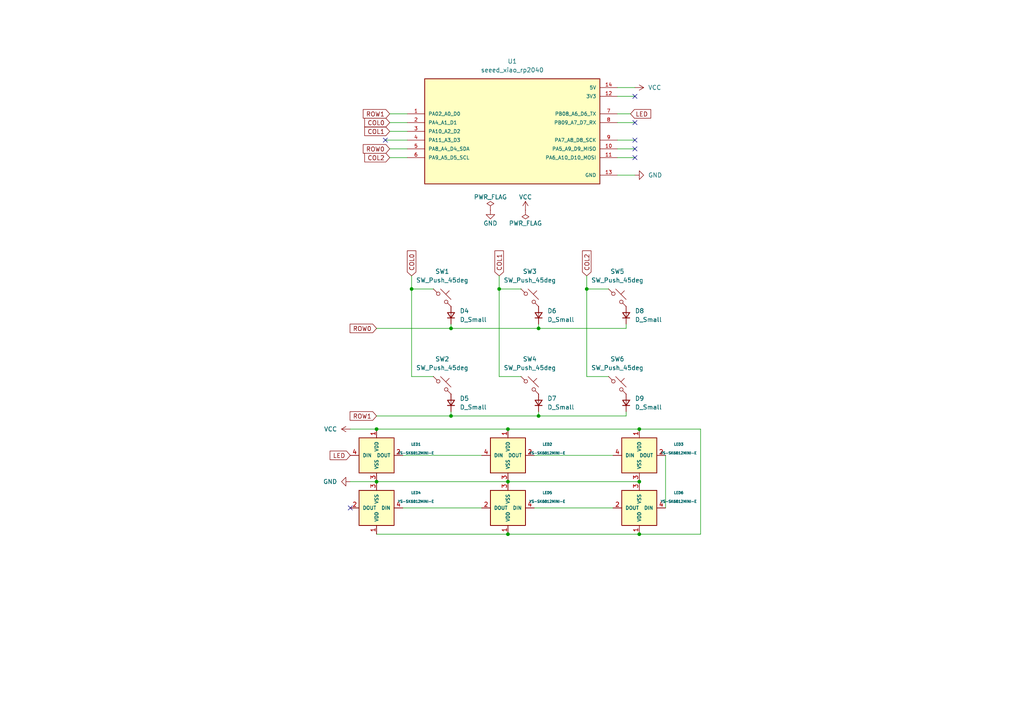
<source format=kicad_sch>
(kicad_sch (version 20211123) (generator eeschema)
  (paper "A4")
  (lib_symbols
    (symbol "Device:D_Small" (pin_numbers hide) (pin_names (offset 0.254) hide)
      (property "Reference" "D" (at -1.27 2.032 0))
      (property "Value" "D_Small" (at -3.81 -2.032 0))
      (symbol "D_Small_0_1"
        (polyline (pts (xy -0.762 -1.016) (xy -0.762 1.016)) (stroke (width 0.254)))
        (polyline (pts (xy -0.762 0) (xy 0.762 0)))
        (polyline (pts (xy 0.762 -1.016) (xy -0.762 0) (xy 0.762 1.016) (xy 0.762 -1.016)) (stroke (width 0.254)))
      )
      (symbol "D_Small_1_1"
        (pin passive line (at -2.54 0 0) (length 1.778) (name "K") (number "1"))
        (pin passive line (at 2.54 0 180) (length 1.778) (name "A") (number "2"))
      )
    )
    (symbol "Switch:SW_Push_45deg" (pin_numbers hide) (pin_names (offset 1.016) hide)
      (property "Reference" "SW" (at 3.048 1.016 0))
      (property "Value" "SW_Push_45deg" (at 0 -3.81 0))
      (symbol "SW_Push_45deg_0_1"
        (circle (center -1.1684 1.1684) (radius 0.508))
        (polyline (pts (xy -0.508 2.54) (xy 2.54 -0.508)))
        (polyline (pts (xy 1.016 1.016) (xy 2.032 2.032)))
        (polyline (pts (xy -2.54 2.54) (xy -1.524 1.524) (xy -1.524 1.524)))
        (polyline (pts (xy 1.524 -1.524) (xy 2.54 -2.54) (xy 2.54 -2.54) (xy 2.54 -2.54)))
        (circle (center 1.143 -1.1938) (radius 0.508))
        (pin passive line (at -2.54 2.54 0) (length 0) (name "1") (number "1"))
        (pin passive line (at 2.54 -2.54 180) (length 0) (name "2") (number "2"))
      )
    )
    (symbol "kbd:YS-SK6812MINI-E" (pin_names (offset 1.016))
      (property "Reference" "LED" (at 2.54 -7.62 0))
      (property "Value" "YS-SK6812MINI-E" (at 6.35 -6.35 0))
      (symbol "YS-SK6812MINI-E_0_1"
        (rectangle (start -5.08 5.08) (end 5.08 -5.08) (stroke (width 0.254)) (fill (type background)))
      )
      (symbol "YS-SK6812MINI-E_1_1"
        (pin power_in line (at 0 7.62 270) (length 2.54) (name "VDD") (number "1"))
        (pin output line (at 7.62 0 180) (length 2.54) (name "DOUT") (number "2"))
        (pin power_in line (at 0 -7.62 90) (length 2.54) (name "VSS") (number "3"))
        (pin input line (at -7.62 0 0) (length 2.54) (name "DIN") (number "4"))
      )
    )
    (symbol "power:GND" (power) (pin_names (offset 0))
      (property "Value" "GND" (at 0 -3.81 0))
      (symbol "GND_0_1"
        (polyline (pts (xy 0 0) (xy 0 -1.27) (xy 1.27 -1.27) (xy 0 -2.54) (xy -1.27 -1.27) (xy 0 -1.27)))
      )
      (symbol "GND_1_1"
        (pin power_in line (at 0 0 270) (length 0) hide (name "GND") (number "1"))
      )
    )
    (symbol "power:PWR_FLAG" (power) (pin_numbers hide) (pin_names (offset 0) hide)
      (property "Value" "PWR_FLAG" (at 0 3.81 0))
      (symbol "PWR_FLAG_0_0"
        (pin power_out line (at 0 0 90) (length 0) (name "pwr") (number "1"))
      )
      (symbol "PWR_FLAG_0_1"
        (polyline (pts (xy 0 0) (xy 0 1.27) (xy -1.016 1.905) (xy 0 2.54) (xy 1.016 1.905) (xy 0 1.27)))
      )
    )
    (symbol "power:VCC" (power) (pin_names (offset 0))
      (property "Value" "VCC" (at 0 3.81 0))
      (symbol "VCC_0_1"
        (polyline (pts (xy -0.762 1.27) (xy 0 2.54)))
        (polyline (pts (xy 0 0) (xy 0 2.54)))
        (polyline (pts (xy 0 2.54) (xy 0.762 1.27)))
      )
      (symbol "VCC_1_1"
        (pin power_in line (at 0 0 90) (length 0) hide (name "VCC") (number "1"))
      )
    )
    (symbol "seeed_xiao_rp2040:102010388" (pin_names (offset 1.016))
      (property "Reference" "U" (at -25.4 16.002 0))
      (property "Value" "102010388" (at -25.4 -17.78 0))
      (symbol "102010388_0_0"
        (rectangle (start -25.4 -15.24) (end 25.4 15.24) (stroke (width 0.254)) (fill (type background)))
        (pin bidirectional line (at -30.48 5.08 0) (length 5.08) (name "PA02_A0_D0") (number "1"))
        (pin bidirectional line (at 30.48 -5.08 180) (length 5.08) (name "PA5_A9_D9_MISO") (number "10"))
        (pin bidirectional line (at 30.48 -7.62 180) (length 5.08) (name "PA6_A10_D10_MOSI") (number "11"))
        (pin power_in line (at 30.48 10.16 180) (length 5.08) (name "3V3") (number "12"))
        (pin power_in line (at 30.48 -12.7 180) (length 5.08) (name "GND") (number "13"))
        (pin power_in line (at 30.48 12.7 180) (length 5.08) (name "5V") (number "14"))
        (pin bidirectional line (at -30.48 2.54 0) (length 5.08) (name "PA4_A1_D1") (number "2"))
        (pin bidirectional line (at -30.48 0 0) (length 5.08) (name "PA10_A2_D2") (number "3"))
        (pin bidirectional line (at -30.48 -2.54 0) (length 5.08) (name "PA11_A3_D3") (number "4"))
        (pin bidirectional line (at -30.48 -5.08 0) (length 5.08) (name "PA8_A4_D4_SDA") (number "5"))
        (pin bidirectional line (at -30.48 -7.62 0) (length 5.08) (name "PA9_A5_D5_SCL") (number "6"))
        (pin bidirectional line (at 30.48 5.08 180) (length 5.08) (name "PB08_A6_D6_TX") (number "7"))
        (pin bidirectional line (at 30.48 2.54 180) (length 5.08) (name "PB09_A7_D7_RX") (number "8"))
        (pin bidirectional line (at 30.48 -2.54 180) (length 5.08) (name "PA7_A8_D8_SCK") (number "9"))
      )
    )
  )
  (junction (at 147.32 154.94))
  (junction (at 185.42 154.94))
  (junction (at 185.42 124.46))
  (junction (at 130.81 120.65))
  (junction (at 130.81 95.25))
  (junction (at 156.21 120.65))
  (junction (at 170.18 83.82))
  (junction (at 109.22 124.46))
  (junction (at 156.21 95.25))
  (junction (at 147.32 124.46))
  (junction (at 185.42 139.7))
  (junction (at 147.32 139.7))
  (junction (at 144.78 83.82))
  (junction (at 119.38 83.82))
  (junction (at 109.22 139.7))
  (no_connect (at 184.15 40.64))
  (no_connect (at 184.15 35.56))
  (no_connect (at 184.15 45.72))
  (no_connect (at 184.15 27.94))
  (no_connect (at 184.15 43.18))
  (no_connect (at 111.76 40.64))
  (no_connect (at 101.6 147.32))
  (wire (pts (xy 113.03 45.72) (xy 118.11 45.72)))
  (wire (pts (xy 113.03 43.18) (xy 118.11 43.18)))
  (wire (pts (xy 184.15 40.64) (xy 179.07 40.64)))
  (wire (pts (xy 125.73 109.22) (xy 119.38 109.22)))
  (wire (pts (xy 109.22 154.94) (xy 147.32 154.94)))
  (wire (pts (xy 181.61 93.98) (xy 181.61 95.25)))
  (wire (pts (xy 184.15 25.4) (xy 179.07 25.4)))
  (wire (pts (xy 113.03 33.02) (xy 118.11 33.02)))
  (wire (pts (xy 144.78 83.82) (xy 151.13 83.82)))
  (wire (pts (xy 144.78 80.01) (xy 144.78 83.82)))
  (wire (pts (xy 119.38 83.82) (xy 119.38 109.22)))
  (wire (pts (xy 144.78 83.82) (xy 144.78 109.22)))
  (wire (pts (xy 109.22 120.65) (xy 130.81 120.65)))
  (wire (pts (xy 130.81 120.65) (xy 156.21 120.65)))
  (wire (pts (xy 170.18 109.22) (xy 176.53 109.22)))
  (wire (pts (xy 111.76 40.64) (xy 118.11 40.64)))
  (wire (pts (xy 113.03 35.56) (xy 118.11 35.56)))
  (wire (pts (xy 193.04 132.08) (xy 193.04 147.32)))
  (wire (pts (xy 130.81 119.38) (xy 130.81 120.65)))
  (wire (pts (xy 184.15 43.18) (xy 179.07 43.18)))
  (wire (pts (xy 156.21 95.25) (xy 181.61 95.25)))
  (wire (pts (xy 184.15 35.56) (xy 179.07 35.56)))
  (wire (pts (xy 170.18 80.01) (xy 170.18 83.82)))
  (wire (pts (xy 184.15 27.94) (xy 179.07 27.94)))
  (wire (pts (xy 109.22 124.46) (xy 147.32 124.46)))
  (wire (pts (xy 147.32 154.94) (xy 185.42 154.94)))
  (wire (pts (xy 156.21 119.38) (xy 156.21 120.65)))
  (wire (pts (xy 185.42 154.94) (xy 203.2 154.94)))
  (wire (pts (xy 184.15 45.72) (xy 179.07 45.72)))
  (wire (pts (xy 101.6 139.7) (xy 109.22 139.7)))
  (wire (pts (xy 109.22 139.7) (xy 147.32 139.7)))
  (wire (pts (xy 156.21 93.98) (xy 156.21 95.25)))
  (wire (pts (xy 170.18 83.82) (xy 176.53 83.82)))
  (wire (pts (xy 182.88 33.02) (xy 179.07 33.02)))
  (wire (pts (xy 101.6 124.46) (xy 109.22 124.46)))
  (wire (pts (xy 156.21 120.65) (xy 181.61 120.65)))
  (wire (pts (xy 130.81 95.25) (xy 156.21 95.25)))
  (wire (pts (xy 147.32 124.46) (xy 185.42 124.46)))
  (wire (pts (xy 154.94 147.32) (xy 177.8 147.32)))
  (wire (pts (xy 130.81 93.98) (xy 130.81 95.25)))
  (wire (pts (xy 185.42 124.46) (xy 203.2 124.46)))
  (wire (pts (xy 170.18 83.82) (xy 170.18 109.22)))
  (wire (pts (xy 181.61 119.38) (xy 181.61 120.65)))
  (wire (pts (xy 119.38 83.82) (xy 125.73 83.82)))
  (wire (pts (xy 154.94 132.08) (xy 177.8 132.08)))
  (wire (pts (xy 116.84 147.32) (xy 139.7 147.32)))
  (wire (pts (xy 119.38 80.01) (xy 119.38 83.82)))
  (wire (pts (xy 147.32 139.7) (xy 185.42 139.7)))
  (wire (pts (xy 203.2 124.46) (xy 203.2 154.94)))
  (wire (pts (xy 151.13 109.22) (xy 144.78 109.22)))
  (wire (pts (xy 109.22 95.25) (xy 130.81 95.25)))
  (wire (pts (xy 116.84 132.08) (xy 139.7 132.08)))
  (wire (pts (xy 184.15 50.8) (xy 179.07 50.8)))
  (wire (pts (xy 113.03 38.1) (xy 118.11 38.1)))
  (global_label "COL2" (shape input) (at 170.18 80.01 90) (property "Intersheet References" "${INTERSHEET_REFS}" (effects hide)))
  (global_label "LED" (shape input) (at 101.6 132.08 180) (property "Intersheet References" "${INTERSHEET_REFS}" (effects hide)))
  (global_label "COL0" (shape input) (at 119.38 80.01 90) (property "Intersheet References" "${INTERSHEET_REFS}" (effects hide)))
  (global_label "COL2" (shape input) (at 113.03 45.72 180) (property "Intersheet References" "${INTERSHEET_REFS}" (effects hide)))
  (global_label "ROW1" (shape input) (at 113.03 33.02 180) (property "Intersheet References" "${INTERSHEET_REFS}" (effects hide)))
  (global_label "ROW0" (shape input) (at 109.22 95.25 180) (property "Intersheet References" "${INTERSHEET_REFS}" (effects hide)))
  (global_label "COL0" (shape input) (at 113.03 35.56 180) (property "Intersheet References" "${INTERSHEET_REFS}" (effects hide)))
  (global_label "LED" (shape input) (at 182.88 33.02 0) (property "Intersheet References" "${INTERSHEET_REFS}" (effects hide)))
  (global_label "ROW1" (shape input) (at 109.22 120.65 180) (property "Intersheet References" "${INTERSHEET_REFS}" (effects hide)))
  (global_label "ROW0" (shape input) (at 113.03 43.18 180) (property "Intersheet References" "${INTERSHEET_REFS}" (effects hide)))
  (global_label "COL1" (shape input) (at 144.78 80.01 90) (property "Intersheet References" "${INTERSHEET_REFS}" (effects hide)))
  (global_label "COL1" (shape input) (at 113.03 38.1 180) (property "Intersheet References" "${INTERSHEET_REFS}" (effects hide)))
  (symbol (lib_id "Device:D_Small") (at 156.21 116.84 90) (unit 1)
    (property "Reference" "D7" (at 158.75 115.5699 90) (effects (justify right)))
    (property "Value" "D_Small" (at 158.75 118.1099 90) (effects (justify right)))
    (property "Footprint" "kbd:D3_SMD_v2" (effects hide))
  )
  (symbol (lib_id "seeed_xiao_rp2040:102010388") (at 148.59 38.1 0) (unit 1)
    (property "Reference" "U1" (at 148.59 17.78 0))
    (property "Value" "seeed_xiao_rp2040" (at 148.59 20.32 0))
    (property "Footprint" "seeed_xiao_rp2040:seeed_xiao_rp2040" (effects hide))
    (property "MF" "seeed technology limited" (effects hide))
    (property "MAXIMUM_PACKAGE_HEIGHT" "N/A" (effects hide))
    (property "Package" "None" (effects hide))
    (property "Price" "None" (effects hide))
    (property "Check_prices" "https://www.snapeda.com/parts/102010388/Techno/view-part/?ref=eda" (effects hide))
    (property "STANDARD" "Manufacturer Recommendations" (effects hide))
    (property "PARTREV" "N/A" (effects hide))
    (property "SnapEDA_Link" "https://www.snapeda.com/parts/102010388/Techno/view-part/?ref=snap" (effects hide))
    (property "MP" "102010388" (effects hide))
    (property "Purchase-URL" "https://www.snapeda.com/api/url_track_click_mouser/?unipart_id=7601083&manufacturer=seeed technology limited&part_name=102010388&search_term=None" (effects hide))
    (property "Description" "\nSAMD21G18 Seeeduino XIAO - ARM® Cortex®-M0 MCU 32-Bit Embedded Evaluation Board\n" (effects hide))
    (property "MANUFACTURER" "Seeed Technology" (effects hide))
    (property "Availability" "In Stock" (effects hide))
    (property "SNAPEDA_PN" "102010388" (effects hide))
  )
  (symbol (lib_id "Device:D_Small") (at 181.61 91.44 90) (unit 1)
    (property "Reference" "D8" (at 184.15 90.1699 90) (effects (justify right)))
    (property "Value" "D_Small" (at 184.15 92.7099 90) (effects (justify right)))
    (property "Footprint" "kbd:D3_SMD_v2" (effects hide))
  )
  (symbol (lib_id "power:GND") (at 142.24 60.96 0) (unit 1)
    (property "Reference" "#PWR0101" (effects hide))
    (property "Value" "GND" (at 142.24 64.77 0))
  )
  (symbol (lib_id "power:PWR_FLAG") (at 152.4 60.96 180) (unit 1)
    (property "Reference" "#FLG0102" (effects hide))
    (property "Value" "PWR_FLAG" (at 152.4 64.77 0))
  )
  (symbol (lib_id "Switch:SW_Push_45deg") (at 179.07 86.36 0) (unit 1)
    (property "Reference" "SW5" (at 179.07 78.74 0))
    (property "Value" "SW_Push_45deg" (at 179.07 81.28 0))
    (property "Footprint" "kbd:CherryMX_Hotswap" (effects hide))
  )
  (symbol (lib_id "power:VCC") (at 152.4 60.96 0) (unit 1)
    (property "Reference" "#PWR0102" (effects hide))
    (property "Value" "VCC" (at 152.4 57.15 0))
  )
  (symbol (lib_id "Switch:SW_Push_45deg") (at 153.67 111.76 0) (unit 1)
    (property "Reference" "SW4" (at 153.67 104.14 0))
    (property "Value" "SW_Push_45deg" (at 153.67 106.68 0))
    (property "Footprint" "kbd:CherryMX_Hotswap" (effects hide))
  )
  (symbol (lib_id "power:PWR_FLAG") (at 142.24 60.96 0) (unit 1)
    (property "Reference" "#FLG0101" (effects hide))
    (property "Value" "PWR_FLAG" (at 142.24 57.15 0))
  )
  (symbol (lib_id "kbd:YS-SK6812MINI-E") (at 147.32 147.32 180) (unit 1)
    (property "Reference" "LED5" (at 158.75 142.9142 0) (effects (font (size 0.7366 0.7366))))
    (property "Value" "YS-SK6812MINI-E" (at 158.75 145.4542 0) (effects (font (size 0.7366 0.7366))))
    (property "Footprint" "kbd:YS-SK6812MINI-E" (effects hide))
  )
  (symbol (lib_id "kbd:YS-SK6812MINI-E") (at 109.22 132.08 0) (unit 1)
    (property "Reference" "LED1" (at 120.65 128.8656 0) (effects (font (size 0.7366 0.7366))))
    (property "Value" "YS-SK6812MINI-E" (at 120.65 131.4056 0) (effects (font (size 0.7366 0.7366))))
    (property "Footprint" "kbd:YS-SK6812MINI-E" (effects hide))
  )
  (symbol (lib_id "Switch:SW_Push_45deg") (at 153.67 86.36 0) (unit 1)
    (property "Reference" "SW3" (at 153.67 78.74 0))
    (property "Value" "SW_Push_45deg" (at 153.67 81.28 0))
    (property "Footprint" "kbd:CherryMX_Hotswap" (effects hide))
  )
  (symbol (lib_id "power:VCC") (at 184.15 25.4 270) (unit 1)
    (property "Reference" "#PWR0103" (effects hide))
    (property "Value" "VCC" (at 187.96 25.3999 90) (effects (justify left)))
  )
  (symbol (lib_id "Switch:SW_Push_45deg") (at 179.07 111.76 0) (unit 1)
    (property "Reference" "SW6" (at 179.07 104.14 0))
    (property "Value" "SW_Push_45deg" (at 179.07 106.68 0))
    (property "Footprint" "kbd:CherryMX_Hotswap" (effects hide))
  )
  (symbol (lib_id "Device:D_Small") (at 130.81 116.84 90) (unit 1)
    (property "Reference" "D5" (at 133.35 115.5699 90) (effects (justify right)))
    (property "Value" "D_Small" (at 133.35 118.1099 90) (effects (justify right)))
    (property "Footprint" "kbd:D3_SMD_v2" (effects hide))
  )
  (symbol (lib_id "Device:D_Small") (at 181.61 116.84 90) (unit 1)
    (property "Reference" "D9" (at 184.15 115.5699 90) (effects (justify right)))
    (property "Value" "D_Small" (at 184.15 118.1099 90) (effects (justify right)))
    (property "Footprint" "kbd:D3_SMD_v2" (effects hide))
  )
  (symbol (lib_id "power:VCC") (at 101.6 124.46 90) (unit 1)
    (property "Reference" "#PWR0105" (effects hide))
    (property "Value" "VCC" (at 97.79 124.4599 90) (effects (justify left)))
  )
  (symbol (lib_id "Device:D_Small") (at 130.81 91.44 90) (unit 1)
    (property "Reference" "D4" (at 133.35 90.1699 90) (effects (justify right)))
    (property "Value" "D_Small" (at 133.35 92.7099 90) (effects (justify right)))
    (property "Footprint" "kbd:D3_SMD_v2" (effects hide))
  )
  (symbol (lib_id "kbd:YS-SK6812MINI-E") (at 185.42 147.32 180) (unit 1)
    (property "Reference" "LED6" (at 196.85 142.9142 0) (effects (font (size 0.7366 0.7366))))
    (property "Value" "YS-SK6812MINI-E" (at 196.85 145.4542 0) (effects (font (size 0.7366 0.7366))))
    (property "Footprint" "kbd:YS-SK6812MINI-E" (effects hide))
  )
  (symbol (lib_id "power:GND") (at 101.6 139.7 270) (unit 1)
    (property "Reference" "#PWR0106" (effects hide))
    (property "Value" "GND" (at 97.79 139.6999 90) (effects (justify right)))
  )
  (symbol (lib_id "Device:D_Small") (at 156.21 91.44 90) (unit 1)
    (property "Reference" "D6" (at 158.75 90.1699 90) (effects (justify right)))
    (property "Value" "D_Small" (at 158.75 92.7099 90) (effects (justify right)))
    (property "Footprint" "kbd:D3_SMD_v2" (effects hide))
  )
  (symbol (lib_id "Switch:SW_Push_45deg") (at 128.27 111.76 0) (unit 1)
    (property "Reference" "SW2" (at 128.27 104.14 0))
    (property "Value" "SW_Push_45deg" (at 128.27 106.68 0))
    (property "Footprint" "kbd:CherryMX_Hotswap" (effects hide))
  )
  (symbol (lib_id "kbd:YS-SK6812MINI-E") (at 109.22 147.32 180) (unit 1)
    (property "Reference" "LED4" (at 120.65 142.9142 0) (effects (font (size 0.7366 0.7366))))
    (property "Value" "YS-SK6812MINI-E" (at 120.65 145.4542 0) (effects (font (size 0.7366 0.7366))))
    (property "Footprint" "kbd:YS-SK6812MINI-E" (effects hide))
  )
  (symbol (lib_id "Switch:SW_Push_45deg") (at 128.27 86.36 0) (unit 1)
    (property "Reference" "SW1" (at 128.27 78.74 0))
    (property "Value" "SW_Push_45deg" (at 128.27 81.28 0))
    (property "Footprint" "kbd:CherryMX_Hotswap" (effects hide))
  )
  (symbol (lib_id "kbd:YS-SK6812MINI-E") (at 185.42 132.08 0) (unit 1)
    (property "Reference" "LED3" (at 196.85 128.8656 0) (effects (font (size 0.7366 0.7366))))
    (property "Value" "YS-SK6812MINI-E" (at 196.85 131.4056 0) (effects (font (size 0.7366 0.7366))))
    (property "Footprint" "kbd:YS-SK6812MINI-E" (effects hide))
  )
  (symbol (lib_id "power:GND") (at 184.15 50.8 90) (unit 1)
    (property "Reference" "#PWR0104" (effects hide))
    (property "Value" "GND" (at 187.96 50.7999 90) (effects (justify right)))
  )
  (symbol (lib_id "kbd:YS-SK6812MINI-E") (at 147.32 132.08 0) (unit 1)
    (property "Reference" "LED2" (at 158.75 128.8656 0) (effects (font (size 0.7366 0.7366))))
    (property "Value" "YS-SK6812MINI-E" (at 158.75 131.4056 0) (effects (font (size 0.7366 0.7366))))
    (property "Footprint" "kbd:YS-SK6812MINI-E" (effects hide))
  )
)
</source>
